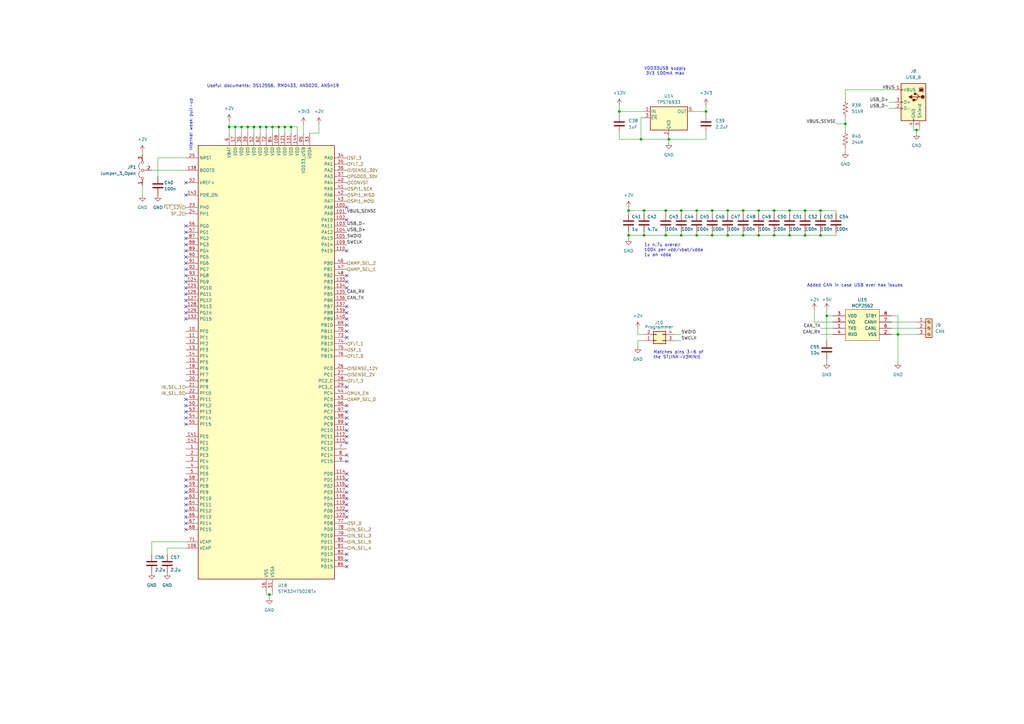
<source format=kicad_sch>
(kicad_sch (version 20231120) (generator "eeschema") (generator_version "8.0")
  (paper "A3")
  (lib_symbols
    (symbol "Connector:Screw_Terminal_01x03" (pin_names (offset 1.016) hide)
      (property "Reference" "J" (at 0 5.08 0))
      (property "Value" "Screw_Terminal_01x03" (at 0 -5.08 0))
      (symbol "Screw_Terminal_01x03_1_1"
        (rectangle (start -1.27 3.81) (end 1.27 -3.81) (stroke (width 0.254)) (fill (type background)))
        (circle (center 0 -2.54) (radius 0.635) (stroke (width 0.1524)))
        (polyline (pts (xy -0.5334 -2.2098) (xy 0.3302 -3.048)) (stroke (width 0.1524)))
        (polyline (pts (xy -0.5334 0.3302) (xy 0.3302 -0.508)) (stroke (width 0.1524)))
        (polyline (pts (xy -0.5334 2.8702) (xy 0.3302 2.032)) (stroke (width 0.1524)))
        (polyline (pts (xy -0.3556 -2.032) (xy 0.508 -2.8702)) (stroke (width 0.1524)))
        (polyline (pts (xy -0.3556 0.508) (xy 0.508 -0.3302)) (stroke (width 0.1524)))
        (polyline (pts (xy -0.3556 3.048) (xy 0.508 2.2098)) (stroke (width 0.1524)))
        (circle (center 0 0) (radius 0.635) (stroke (width 0.1524)))
        (circle (center 0 2.54) (radius 0.635) (stroke (width 0.1524)))
        (pin passive line (at -5.08 2.54 0) (length 3.81) (name "Pin_1") (number "1"))
        (pin passive line (at -5.08 0 0) (length 3.81) (name "Pin_2") (number "2"))
        (pin passive line (at -5.08 -2.54 0) (length 3.81) (name "Pin_3") (number "3"))
      )
    )
    (symbol "Connector:USB_B" (pin_names (offset 1.016))
      (property "Reference" "J" (at -5.08 11.43 0))
      (property "Value" "USB_B" (at -5.08 8.89 0))
      (symbol "USB_B_0_1"
        (rectangle (start -5.08 -7.62) (end 5.08 7.62) (stroke (width 0.254)) (fill (type background)))
        (circle (center -3.81 2.159) (radius 0.635) (stroke (width 0.254)) (fill (type outline)))
        (rectangle (start -3.81 5.588) (end -2.54 4.572) (fill (type outline)))
        (circle (center -0.635 3.429) (radius 0.381) (stroke (width 0.254)) (fill (type outline)))
        (rectangle (start -0.127 -7.62) (end 0.127 -6.858))
        (polyline (pts (xy -1.905 2.159) (xy 0.635 2.159)) (stroke (width 0.254)))
        (polyline (pts (xy -3.175 2.159) (xy -2.54 2.159) (xy -1.27 3.429) (xy -0.635 3.429)) (stroke (width 0.254)))
        (polyline (pts (xy -2.54 2.159) (xy -1.905 2.159) (xy -1.27 0.889) (xy 0 0.889)) (stroke (width 0.254)))
        (polyline (pts (xy 0.635 2.794) (xy 0.635 1.524) (xy 1.905 2.159) (xy 0.635 2.794)) (stroke (width 0.254)) (fill (type outline)))
        (polyline (pts (xy -4.064 4.318) (xy -2.286 4.318) (xy -2.286 5.715) (xy -2.667 6.096) (xy -3.683 6.096) (xy -4.064 5.715) (xy -4.064 4.318)))
        (rectangle (start 0.254 1.27) (end -0.508 0.508) (stroke (width 0.254)) (fill (type outline)))
        (rectangle (start 5.08 -2.667) (end 4.318 -2.413))
        (rectangle (start 5.08 -0.127) (end 4.318 0.127))
        (rectangle (start 5.08 4.953) (end 4.318 5.207))
      )
      (symbol "USB_B_1_1"
        (pin power_out line (at 7.62 5.08 180) (length 2.54) (name "VBUS") (number "1"))
        (pin bidirectional line (at 7.62 -2.54 180) (length 2.54) (name "D-") (number "2"))
        (pin bidirectional line (at 7.62 0 180) (length 2.54) (name "D+") (number "3"))
        (pin power_out line (at 0 -10.16 90) (length 2.54) (name "GND") (number "4"))
        (pin passive line (at -2.54 -10.16 90) (length 2.54) (name "Shield") (number "5"))
      )
    )
    (symbol "Connector_Generic:Conn_02x02_Top_Bottom" (pin_names (offset 1.016) hide)
      (property "Reference" "J" (at 1.27 2.54 0))
      (property "Value" "Conn_02x02_Top_Bottom" (at 1.27 -5.08 0))
      (symbol "Conn_02x02_Top_Bottom_1_1"
        (rectangle (start -1.27 -2.413) (end 0 -2.667) (stroke (width 0.1524)))
        (rectangle (start -1.27 0.127) (end 0 -0.127) (stroke (width 0.1524)))
        (rectangle (start -1.27 1.27) (end 3.81 -3.81) (stroke (width 0.254)) (fill (type background)))
        (rectangle (start 3.81 -2.413) (end 2.54 -2.667) (stroke (width 0.1524)))
        (rectangle (start 3.81 0.127) (end 2.54 -0.127) (stroke (width 0.1524)))
        (pin passive line (at -5.08 0 0) (length 3.81) (name "Pin_1") (number "1"))
        (pin passive line (at -5.08 -2.54 0) (length 3.81) (name "Pin_2") (number "2"))
        (pin passive line (at 7.62 0 180) (length 3.81) (name "Pin_3") (number "3"))
        (pin passive line (at 7.62 -2.54 180) (length 3.81) (name "Pin_4") (number "4"))
      )
    )
    (symbol "Device:C" (pin_numbers hide) (pin_names (offset 0.254))
      (property "Reference" "C" (at 0.635 2.54 0))
      (property "Value" "C" (at 0.635 -2.54 0))
      (symbol "C_0_1"
        (polyline (pts (xy -2.032 -0.762) (xy 2.032 -0.762)) (stroke (width 0.508)))
        (polyline (pts (xy -2.032 0.762) (xy 2.032 0.762)) (stroke (width 0.508)))
      )
      (symbol "C_1_1"
        (pin passive line (at 0 3.81 270) (length 2.794) (name "~") (number "1"))
        (pin passive line (at 0 -3.81 90) (length 2.794) (name "~") (number "2"))
      )
    )
    (symbol "Device:R_US" (pin_numbers hide) (pin_names (offset 0))
      (property "Reference" "R" (at 2.54 0 90))
      (property "Value" "R_US" (at -2.54 0 90))
      (symbol "R_US_0_1"
        (polyline (pts (xy 0 -2.286) (xy 0 -2.54)))
        (polyline (pts (xy 0 2.286) (xy 0 2.54)))
        (polyline (pts (xy 0 -0.762) (xy 1.016 -1.143) (xy 0 -1.524) (xy -1.016 -1.905) (xy 0 -2.286)))
        (polyline (pts (xy 0 0.762) (xy 1.016 0.381) (xy 0 0) (xy -1.016 -0.381) (xy 0 -0.762)))
        (polyline (pts (xy 0 2.286) (xy 1.016 1.905) (xy 0 1.524) (xy -1.016 1.143) (xy 0 0.762)))
      )
      (symbol "R_US_1_1"
        (pin passive line (at 0 3.81 270) (length 1.27) (name "~") (number "1"))
        (pin passive line (at 0 -3.81 90) (length 1.27) (name "~") (number "2"))
      )
    )
    (symbol "GND_1" (power) (pin_numbers hide) (pin_names (offset 0) hide)
      (property "Value" "GND" (at 0 -3.81 0))
      (symbol "GND_1_0_1"
        (polyline (pts (xy 0 0) (xy 0 -1.27) (xy 1.27 -1.27) (xy 0 -2.54) (xy -1.27 -1.27) (xy 0 -1.27)))
      )
      (symbol "GND_1_1_1"
        (pin power_in line (at 0 0 270) (length 0) (name "~") (number "1"))
      )
    )
    (symbol "Jumper:Jumper_3_Open" (pin_names (offset 0) hide) (exclude_from_sim yes) (in_bom no)
      (property "Reference" "JP" (at -2.54 -2.54 0))
      (property "Value" "Jumper_3_Open" (at 0 2.794 0))
      (symbol "Jumper_3_Open_0_0"
        (circle (center -3.302 0) (radius 0.508))
        (circle (center 0 0) (radius 0.508))
        (circle (center 3.302 0) (radius 0.508))
      )
      (symbol "Jumper_3_Open_0_1"
        (arc (start -0.254 1.016) (mid -1.651 1.4992) (end -3.048 1.016))
        (polyline (pts (xy 0 -0.508) (xy 0 -1.27)))
        (arc (start 3.048 1.016) (mid 1.651 1.4992) (end 0.254 1.016))
      )
      (symbol "Jumper_3_Open_1_1"
        (pin passive line (at -6.35 0 0) (length 2.54) (name "A") (number "1"))
        (pin passive line (at 0 -3.81 90) (length 2.54) (name "C") (number "2"))
        (pin passive line (at 6.35 0 180) (length 2.54) (name "B") (number "3"))
      )
    )
    (symbol "MCU_ST_STM32H7:STM32H750ZBTx"
      (property "Reference" "U" (at -27.94 90.17 0))
      (property "Value" "STM32H750ZBTx" (at 20.32 90.17 0))
      (symbol "STM32H750ZBTx_0_1"
        (rectangle (start -27.94 -88.9) (end 27.94 88.9) (stroke (width 0.254)) (fill (type background)))
      )
      (symbol "STM32H750ZBTx_1_1"
        (pin bidirectional line (at -33.02 -35.56 0) (length 5.08) (name "PE2") (number "1"))
        (pin bidirectional line (at -33.02 12.7 0) (length 5.08) (name "PF0") (number "10"))
        (pin bidirectional line (at 33.02 63.5 180) (length 5.08) (name "PA8") (number "100"))
        (pin bidirectional line (at 33.02 60.96 180) (length 5.08) (name "PA9") (number "101"))
        (pin bidirectional line (at 33.02 58.42 180) (length 5.08) (name "PA10") (number "102"))
        (pin bidirectional line (at 33.02 55.88 180) (length 5.08) (name "PA11") (number "103"))
        (pin bidirectional line (at 33.02 53.34 180) (length 5.08) (name "PA12") (number "104"))
        (pin bidirectional line (at 33.02 50.8 180) (length 5.08) (name "PA13") (number "105"))
        (pin power_out line (at -33.02 -76.2 0) (length 5.08) (name "VCAP") (number "106"))
        (pin passive line (at 0 -93.98 90) (length 5.08) hide (name "VSS") (number "107"))
        (pin power_in line (at 5.08 93.98 270) (length 5.08) (name "VDD") (number "108"))
        (pin bidirectional line (at 33.02 48.26 180) (length 5.08) (name "PA14") (number "109"))
        (pin bidirectional line (at -33.02 10.16 0) (length 5.08) (name "PF1") (number "11"))
        (pin bidirectional line (at 33.02 45.72 180) (length 5.08) (name "PA15") (number "110"))
        (pin bidirectional line (at 33.02 -27.94 180) (length 5.08) (name "PC10") (number "111"))
        (pin bidirectional line (at 33.02 -30.48 180) (length 5.08) (name "PC11") (number "112"))
        (pin bidirectional line (at 33.02 -33.02 180) (length 5.08) (name "PC12") (number "113"))
        (pin bidirectional line (at 33.02 -45.72 180) (length 5.08) (name "PD0") (number "114"))
        (pin bidirectional line (at 33.02 -48.26 180) (length 5.08) (name "PD1") (number "115"))
        (pin bidirectional line (at 33.02 -50.8 180) (length 5.08) (name "PD2") (number "116"))
        (pin bidirectional line (at 33.02 -53.34 180) (length 5.08) (name "PD3") (number "117"))
        (pin bidirectional line (at 33.02 -55.88 180) (length 5.08) (name "PD4") (number "118"))
        (pin bidirectional line (at 33.02 -58.42 180) (length 5.08) (name "PD5") (number "119"))
        (pin bidirectional line (at -33.02 7.62 0) (length 5.08) (name "PF2") (number "12"))
        (pin passive line (at 0 -93.98 90) (length 5.08) hide (name "VSS") (number "120"))
        (pin power_in line (at 7.62 93.98 270) (length 5.08) (name "VDD") (number "121"))
        (pin bidirectional line (at 33.02 -60.96 180) (length 5.08) (name "PD6") (number "122"))
        (pin bidirectional line (at 33.02 -63.5 180) (length 5.08) (name "PD7") (number "123"))
        (pin bidirectional line (at -33.02 33.02 0) (length 5.08) (name "PG9") (number "124"))
        (pin bidirectional line (at -33.02 30.48 0) (length 5.08) (name "PG10") (number "125"))
        (pin bidirectional line (at -33.02 27.94 0) (length 5.08) (name "PG11") (number "126"))
        (pin bidirectional line (at -33.02 25.4 0) (length 5.08) (name "PG12") (number "127"))
        (pin bidirectional line (at -33.02 22.86 0) (length 5.08) (name "PG13") (number "128"))
        (pin bidirectional line (at -33.02 20.32 0) (length 5.08) (name "PG14") (number "129"))
        (pin bidirectional line (at -33.02 5.08 0) (length 5.08) (name "PF3") (number "13"))
        (pin passive line (at 0 -93.98 90) (length 5.08) hide (name "VSS") (number "130"))
        (pin power_in line (at 10.16 93.98 270) (length 5.08) (name "VDD") (number "131"))
        (pin bidirectional line (at -33.02 17.78 0) (length 5.08) (name "PG15") (number "132"))
        (pin bidirectional line (at 33.02 33.02 180) (length 5.08) (name "PB3") (number "133"))
        (pin bidirectional line (at 33.02 30.48 180) (length 5.08) (name "PB4") (number "134"))
        (pin bidirectional line (at 33.02 27.94 180) (length 5.08) (name "PB5") (number "135"))
        (pin bidirectional line (at 33.02 25.4 180) (length 5.08) (name "PB6") (number "136"))
        (pin bidirectional line (at 33.02 22.86 180) (length 5.08) (name "PB7") (number "137"))
        (pin input line (at -33.02 78.74 0) (length 5.08) (name "BOOT0") (number "138"))
        (pin bidirectional line (at 33.02 20.32 180) (length 5.08) (name "PB8") (number "139"))
        (pin bidirectional line (at -33.02 2.54 0) (length 5.08) (name "PF4") (number "14"))
        (pin bidirectional line (at 33.02 17.78 180) (length 5.08) (name "PB9") (number "140"))
        (pin bidirectional line (at -33.02 -30.48 0) (length 5.08) (name "PE0") (number "141"))
        (pin bidirectional line (at -33.02 -33.02 0) (length 5.08) (name "PE1") (number "142"))
        (pin input line (at -33.02 68.58 0) (length 5.08) (name "PDR_ON") (number "143"))
        (pin power_in line (at 12.7 93.98 270) (length 5.08) (name "VDD") (number "144"))
        (pin bidirectional line (at -33.02 0 0) (length 5.08) (name "PF5") (number "15"))
        (pin power_in line (at 0 -93.98 90) (length 5.08) (name "VSS") (number "16"))
        (pin power_in line (at -12.7 93.98 270) (length 5.08) (name "VDD") (number "17"))
        (pin bidirectional line (at -33.02 -2.54 0) (length 5.08) (name "PF6") (number "18"))
        (pin bidirectional line (at -33.02 -5.08 0) (length 5.08) (name "PF7") (number "19"))
        (pin bidirectional line (at -33.02 -38.1 0) (length 5.08) (name "PE3") (number "2"))
        (pin bidirectional line (at -33.02 -7.62 0) (length 5.08) (name "PF8") (number "20"))
        (pin bidirectional line (at -33.02 -10.16 0) (length 5.08) (name "PF9") (number "21"))
        (pin bidirectional line (at -33.02 -12.7 0) (length 5.08) (name "PF10") (number "22"))
        (pin bidirectional line (at -33.02 63.5 0) (length 5.08) (name "PH0") (number "23"))
        (pin bidirectional line (at -33.02 60.96 0) (length 5.08) (name "PH1") (number "24"))
        (pin input line (at -33.02 83.82 0) (length 5.08) (name "NRST") (number "25"))
        (pin bidirectional line (at 33.02 -2.54 180) (length 5.08) (name "PC0") (number "26"))
        (pin bidirectional line (at 33.02 -5.08 180) (length 5.08) (name "PC1") (number "27"))
        (pin bidirectional line (at 33.02 -7.62 180) (length 5.08) (name "PC2_C") (number "28"))
        (pin bidirectional line (at 33.02 -10.16 180) (length 5.08) (name "PC3_C") (number "29"))
        (pin bidirectional line (at -33.02 -40.64 0) (length 5.08) (name "PE4") (number "3"))
        (pin power_in line (at -10.16 93.98 270) (length 5.08) (name "VDD") (number "30"))
        (pin power_in line (at 2.54 -93.98 90) (length 5.08) (name "VSSA") (number "31"))
        (pin input line (at -33.02 73.66 0) (length 5.08) (name "VREF+") (number "32"))
        (pin power_in line (at 17.78 93.98 270) (length 5.08) (name "VDDA") (number "33"))
        (pin bidirectional line (at 33.02 83.82 180) (length 5.08) (name "PA0") (number "34"))
        (pin bidirectional line (at 33.02 81.28 180) (length 5.08) (name "PA1") (number "35"))
        (pin bidirectional line (at 33.02 78.74 180) (length 5.08) (name "PA2") (number "36"))
        (pin bidirectional line (at 33.02 76.2 180) (length 5.08) (name "PA3") (number "37"))
        (pin passive line (at 0 -93.98 90) (length 5.08) hide (name "VSS") (number "38"))
        (pin power_in line (at -7.62 93.98 270) (length 5.08) (name "VDD") (number "39"))
        (pin bidirectional line (at -33.02 -43.18 0) (length 5.08) (name "PE5") (number "4"))
        (pin bidirectional line (at 33.02 73.66 180) (length 5.08) (name "PA4") (number "40"))
        (pin bidirectional line (at 33.02 71.12 180) (length 5.08) (name "PA5") (number "41"))
        (pin bidirectional line (at 33.02 68.58 180) (length 5.08) (name "PA6") (number "42"))
        (pin bidirectional line (at 33.02 66.04 180) (length 5.08) (name "PA7") (number "43"))
        (pin bidirectional line (at 33.02 -12.7 180) (length 5.08) (name "PC4") (number "44"))
        (pin bidirectional line (at 33.02 -15.24 180) (length 5.08) (name "PC5") (number "45"))
        (pin bidirectional line (at 33.02 40.64 180) (length 5.08) (name "PB0") (number "46"))
        (pin bidirectional line (at 33.02 38.1 180) (length 5.08) (name "PB1") (number "47"))
        (pin bidirectional line (at 33.02 35.56 180) (length 5.08) (name "PB2") (number "48"))
        (pin bidirectional line (at -33.02 -15.24 0) (length 5.08) (name "PF11") (number "49"))
        (pin bidirectional line (at -33.02 -45.72 0) (length 5.08) (name "PE6") (number "5"))
        (pin bidirectional line (at -33.02 -17.78 0) (length 5.08) (name "PF12") (number "50"))
        (pin passive line (at 0 -93.98 90) (length 5.08) hide (name "VSS") (number "51"))
        (pin power_in line (at -5.08 93.98 270) (length 5.08) (name "VDD") (number "52"))
        (pin bidirectional line (at -33.02 -20.32 0) (length 5.08) (name "PF13") (number "53"))
        (pin bidirectional line (at -33.02 -22.86 0) (length 5.08) (name "PF14") (number "54"))
        (pin bidirectional line (at -33.02 -25.4 0) (length 5.08) (name "PF15") (number "55"))
        (pin bidirectional line (at -33.02 55.88 0) (length 5.08) (name "PG0") (number "56"))
        (pin bidirectional line (at -33.02 53.34 0) (length 5.08) (name "PG1") (number "57"))
        (pin bidirectional line (at -33.02 -48.26 0) (length 5.08) (name "PE7") (number "58"))
        (pin bidirectional line (at -33.02 -50.8 0) (length 5.08) (name "PE8") (number "59"))
        (pin power_in line (at -15.24 93.98 270) (length 5.08) (name "VBAT") (number "6"))
        (pin bidirectional line (at -33.02 -53.34 0) (length 5.08) (name "PE9") (number "60"))
        (pin passive line (at 0 -93.98 90) (length 5.08) hide (name "VSS") (number "61"))
        (pin power_in line (at -2.54 93.98 270) (length 5.08) (name "VDD") (number "62"))
        (pin bidirectional line (at -33.02 -55.88 0) (length 5.08) (name "PE10") (number "63"))
        (pin bidirectional line (at -33.02 -58.42 0) (length 5.08) (name "PE11") (number "64"))
        (pin bidirectional line (at -33.02 -60.96 0) (length 5.08) (name "PE12") (number "65"))
        (pin bidirectional line (at -33.02 -63.5 0) (length 5.08) (name "PE13") (number "66"))
        (pin bidirectional line (at -33.02 -66.04 0) (length 5.08) (name "PE14") (number "67"))
        (pin bidirectional line (at -33.02 -68.58 0) (length 5.08) (name "PE15") (number "68"))
        (pin bidirectional line (at 33.02 15.24 180) (length 5.08) (name "PB10") (number "69"))
        (pin bidirectional line (at 33.02 -35.56 180) (length 5.08) (name "PC13") (number "7"))
        (pin bidirectional line (at 33.02 12.7 180) (length 5.08) (name "PB11") (number "70"))
        (pin power_out line (at -33.02 -73.66 0) (length 5.08) (name "VCAP") (number "71"))
        (pin power_in line (at 0 93.98 270) (length 5.08) (name "VDD") (number "72"))
        (pin bidirectional line (at 33.02 10.16 180) (length 5.08) (name "PB12") (number "73"))
        (pin bidirectional line (at 33.02 7.62 180) (length 5.08) (name "PB13") (number "74"))
        (pin bidirectional line (at 33.02 5.08 180) (length 5.08) (name "PB14") (number "75"))
        (pin bidirectional line (at 33.02 2.54 180) (length 5.08) (name "PB15") (number "76"))
        (pin bidirectional line (at 33.02 -66.04 180) (length 5.08) (name "PD8") (number "77"))
        (pin bidirectional line (at 33.02 -68.58 180) (length 5.08) (name "PD9") (number "78"))
        (pin bidirectional line (at 33.02 -71.12 180) (length 5.08) (name "PD10") (number "79"))
        (pin bidirectional line (at 33.02 -38.1 180) (length 5.08) (name "PC14") (number "8"))
        (pin bidirectional line (at 33.02 -73.66 180) (length 5.08) (name "PD11") (number "80"))
        (pin bidirectional line (at 33.02 -76.2 180) (length 5.08) (name "PD12") (number "81"))
        (pin bidirectional line (at 33.02 -78.74 180) (length 5.08) (name "PD13") (number "82"))
        (pin passive line (at 0 -93.98 90) (length 5.08) hide (name "VSS") (number "83"))
        (pin power_in line (at 2.54 93.98 270) (length 5.08) (name "VDD") (number "84"))
        (pin bidirectional line (at 33.02 -81.28 180) (length 5.08) (name "PD14") (number "85"))
        (pin bidirectional line (at 33.02 -83.82 180) (length 5.08) (name "PD15") (number "86"))
        (pin bidirectional line (at -33.02 50.8 0) (length 5.08) (name "PG2") (number "87"))
        (pin bidirectional line (at -33.02 48.26 0) (length 5.08) (name "PG3") (number "88"))
        (pin bidirectional line (at -33.02 45.72 0) (length 5.08) (name "PG4") (number "89"))
        (pin bidirectional line (at 33.02 -40.64 180) (length 5.08) (name "PC15") (number "9"))
        (pin bidirectional line (at -33.02 43.18 0) (length 5.08) (name "PG5") (number "90"))
        (pin bidirectional line (at -33.02 40.64 0) (length 5.08) (name "PG6") (number "91"))
        (pin bidirectional line (at -33.02 38.1 0) (length 5.08) (name "PG7") (number "92"))
        (pin bidirectional line (at -33.02 35.56 0) (length 5.08) (name "PG8") (number "93"))
        (pin passive line (at 0 -93.98 90) (length 5.08) hide (name "VSS") (number "94"))
        (pin power_in line (at 15.24 93.98 270) (length 5.08) (name "VDD33_USB") (number "95"))
        (pin bidirectional line (at 33.02 -17.78 180) (length 5.08) (name "PC6") (number "96"))
        (pin bidirectional line (at 33.02 -20.32 180) (length 5.08) (name "PC7") (number "97"))
        (pin bidirectional line (at 33.02 -22.86 180) (length 5.08) (name "PC8") (number "98"))
        (pin bidirectional line (at 33.02 -25.4 180) (length 5.08) (name "PC9") (number "99"))
      )
    )
    (symbol "Regulator_Linear:TPS76933" (pin_names (offset 0.254))
      (property "Reference" "U" (at -6.35 5.715 0))
      (property "Value" "TPS76933" (at 0 5.715 0))
      (symbol "TPS76933_0_1"
        (rectangle (start -7.62 4.445) (end 7.62 -5.08) (stroke (width 0.254)) (fill (type background)))
      )
      (symbol "TPS76933_1_1"
        (pin power_in line (at -10.16 2.54 0) (length 2.54) (name "IN") (number "1"))
        (pin power_in line (at 0 -7.62 90) (length 2.54) (name "GND") (number "2"))
        (pin input line (at -10.16 0 0) (length 2.54) (name "~{EN}") (number "3"))
        (pin no_connect line (at 7.62 0 180) (length 2.54) hide (name "NC") (number "4"))
        (pin power_out line (at 10.16 2.54 180) (length 2.54) (name "OUT") (number "5"))
      )
    )
    (symbol "canhw:MCP2562" (pin_names (offset 1.016))
      (property "Reference" "U" (at 5.08 3.81 0))
      (property "Value" "MCP2562" (at -3.81 3.81 0))
      (symbol "MCP2562_0_1"
        (rectangle (start -7.62 2.54) (end 6.35 -10.16) (fill (type background)))
      )
      (symbol "MCP2562_1_1"
        (pin bidirectional line (at -12.7 -5.08 0) (length 5.08) (name "TXD") (number "1"))
        (pin power_in line (at 11.43 -7.62 180) (length 5.08) (name "VSS") (number "2"))
        (pin power_in line (at -12.7 0 0) (length 5.08) (name "VDD") (number "3"))
        (pin bidirectional line (at -12.7 -7.62 0) (length 5.08) (name "RXD") (number "4"))
        (pin bidirectional line (at -12.7 -2.54 0) (length 5.08) (name "VIO") (number "5"))
        (pin bidirectional line (at 11.43 -5.08 180) (length 5.08) (name "CANL") (number "6"))
        (pin bidirectional line (at 11.43 -2.54 180) (length 5.08) (name "CANH") (number "7"))
        (pin bidirectional line (at 11.43 0 180) (length 5.08) (name "STBY") (number "8"))
      )
    )
    (symbol "input_board:+2V" (power) (pin_numbers hide) (pin_names (offset 0) hide)
      (property "Value" "+2V" (at 0 3.556 0))
      (symbol "+2V_0_1"
        (polyline (pts (xy -0.762 1.27) (xy 0 2.54)))
        (polyline (pts (xy 0 0) (xy 0 2.54)))
        (polyline (pts (xy 0 2.54) (xy 0.762 1.27)))
      )
      (symbol "+2V_1_1"
        (pin power_in line (at 0 0 90) (length 0) (name "~") (number "1"))
      )
    )
    (symbol "power:+12V" (power) (pin_numbers hide) (pin_names (offset 0) hide)
      (property "Value" "+12V" (at 0 3.556 0))
      (symbol "+12V_0_1"
        (polyline (pts (xy -0.762 1.27) (xy 0 2.54)))
        (polyline (pts (xy 0 0) (xy 0 2.54)))
        (polyline (pts (xy 0 2.54) (xy 0.762 1.27)))
      )
      (symbol "+12V_1_1"
        (pin power_in line (at 0 0 90) (length 0) (name "~") (number "1"))
      )
    )
    (symbol "power:+3V3" (power) (pin_numbers hide) (pin_names (offset 0) hide)
      (property "Value" "+3V3" (at 0 3.556 0))
      (symbol "+3V3_0_1"
        (polyline (pts (xy -0.762 1.27) (xy 0 2.54)))
        (polyline (pts (xy 0 0) (xy 0 2.54)))
        (polyline (pts (xy 0 2.54) (xy 0.762 1.27)))
      )
      (symbol "+3V3_1_1"
        (pin power_in line (at 0 0 90) (length 0) (name "~") (number "1"))
      )
    )
    (symbol "power:+5V" (power) (pin_names (offset 0))
      (property "Value" "+5V" (at 0 3.556 0))
      (symbol "+5V_0_1"
        (polyline (pts (xy -0.762 1.27) (xy 0 2.54)))
        (polyline (pts (xy 0 0) (xy 0 2.54)))
        (polyline (pts (xy 0 2.54) (xy 0.762 1.27)))
      )
      (symbol "+5V_1_1"
        (pin power_in line (at 0 0 90) (length 0) hide (name "+5V") (number "1"))
      )
    )
    (symbol "power:GND" (power) (pin_numbers hide) (pin_names (offset 0) hide)
      (property "Value" "GND" (at 0 -3.81 0))
      (symbol "GND_0_1"
        (polyline (pts (xy 0 0) (xy 0 -1.27) (xy 1.27 -1.27) (xy 0 -2.54) (xy -1.27 -1.27) (xy 0 -1.27)))
      )
      (symbol "GND_1_1"
        (pin power_in line (at 0 0 270) (length 0) (name "~") (number "1"))
      )
    )
  )
  (junction (at 311.15 96.52))
  (junction (at 339.09 129.54))
  (junction (at 346.71 50.8))
  (junction (at 304.8 86.36))
  (junction (at 323.85 96.52))
  (junction (at 285.75 86.36))
  (junction (at 96.52 52.07))
  (junction (at 330.2 86.36))
  (junction (at 368.3 137.16))
  (junction (at 317.5 86.36))
  (junction (at 279.4 96.52))
  (junction (at 323.85 86.36))
  (junction (at 99.06 52.07))
  (junction (at 257.81 96.52))
  (junction (at 292.1 86.36))
  (junction (at 273.05 96.52))
  (junction (at 274.32 57.15))
  (junction (at 289.56 45.72))
  (junction (at 336.55 86.36))
  (junction (at 298.45 96.52))
  (junction (at 273.05 86.36))
  (junction (at 304.8 96.52))
  (junction (at 116.84 52.07))
  (junction (at 114.3 52.07))
  (junction (at 93.98 52.07))
  (junction (at 110.49 243.84))
  (junction (at 111.76 52.07))
  (junction (at 106.68 52.07))
  (junction (at 279.4 86.36))
  (junction (at 104.14 52.07))
  (junction (at 375.92 53.34))
  (junction (at 109.22 52.07))
  (junction (at 264.16 86.36))
  (junction (at 317.5 96.52))
  (junction (at 311.15 86.36))
  (junction (at 330.2 96.52))
  (junction (at 264.16 96.52))
  (junction (at 262.89 57.15))
  (junction (at 119.38 52.07))
  (junction (at 254 45.72))
  (junction (at 336.55 96.52))
  (junction (at 285.75 96.52))
  (junction (at 257.81 86.36))
  (junction (at 292.1 96.52))
  (junction (at 298.45 86.36))
  (junction (at 101.6 52.07))
  (no_connect (at 142.24 85.09))
  (no_connect (at 76.2 74.93))
  (no_connect (at 142.24 115.57))
  (no_connect (at 76.2 92.71))
  (no_connect (at 142.24 138.43))
  (no_connect (at 142.24 171.45))
  (no_connect (at 76.2 105.41))
  (no_connect (at 76.2 118.11))
  (no_connect (at 142.24 204.47))
  (no_connect (at 142.24 128.27))
  (no_connect (at 142.24 130.81))
  (no_connect (at 142.24 207.01))
  (no_connect (at 142.24 179.07))
  (no_connect (at 76.2 171.45))
  (no_connect (at 142.24 199.39))
  (no_connect (at 142.24 232.41))
  (no_connect (at 76.2 196.85))
  (no_connect (at 76.2 95.25))
  (no_connect (at 76.2 125.73))
  (no_connect (at 76.2 207.01))
  (no_connect (at 142.24 166.37))
  (no_connect (at 142.24 125.73))
  (no_connect (at 76.2 107.95))
  (no_connect (at 142.24 194.31))
  (no_connect (at 76.2 201.93))
  (no_connect (at 76.2 97.79))
  (no_connect (at 142.24 90.17))
  (no_connect (at 142.24 158.75))
  (no_connect (at 76.2 214.63))
  (no_connect (at 76.2 113.03))
  (no_connect (at 76.2 212.09))
  (no_connect (at 142.24 135.89))
  (no_connect (at 142.24 173.99))
  (no_connect (at 142.24 212.09))
  (no_connect (at 76.2 166.37))
  (no_connect (at 76.2 217.17))
  (no_connect (at 76.2 173.99))
  (no_connect (at 142.24 227.33))
  (no_connect (at 142.24 176.53))
  (no_connect (at 142.24 181.61))
  (no_connect (at 76.2 163.83))
  (no_connect (at 76.2 128.27))
  (no_connect (at 76.2 204.47))
  (no_connect (at 76.2 100.33))
  (no_connect (at 76.2 120.65))
  (no_connect (at 76.2 130.81))
  (no_connect (at 142.24 209.55))
  (no_connect (at 142.24 186.69))
  (no_connect (at 142.24 113.03))
  (no_connect (at 142.24 102.87))
  (no_connect (at 76.2 168.91))
  (no_connect (at 76.2 110.49))
  (no_connect (at 76.2 209.55))
  (no_connect (at 76.2 115.57))
  (no_connect (at 142.24 133.35))
  (no_connect (at 76.2 199.39))
  (no_connect (at 76.2 102.87))
  (no_connect (at 142.24 168.91))
  (no_connect (at 76.2 123.19))
  (no_connect (at 142.24 118.11))
  (no_connect (at 142.24 229.87))
  (no_connect (at 142.24 201.93))
  (no_connect (at 76.2 80.01))
  (no_connect (at 142.24 189.23))
  (no_connect (at 142.24 196.85))
  (wire (pts (xy 93.98 49.53) (xy 93.98 52.07)))
  (wire (pts (xy 304.8 95.25) (xy 304.8 96.52)))
  (wire (pts (xy 304.8 96.52) (xy 311.15 96.52)))
  (wire (pts (xy 254 43.18) (xy 254 45.72)))
  (wire (pts (xy 116.84 54.61) (xy 116.84 52.07)))
  (wire (pts (xy 284.48 45.72) (xy 289.56 45.72)))
  (wire (pts (xy 261.62 139.7) (xy 264.16 139.7)))
  (wire (pts (xy 254 57.15) (xy 254 54.61)))
  (wire (pts (xy 342.9 86.36) (xy 342.9 87.63)))
  (wire (pts (xy 334.01 132.08) (xy 341.63 132.08)))
  (wire (pts (xy 346.71 36.83) (xy 346.71 40.64)))
  (wire (pts (xy 119.38 54.61) (xy 119.38 52.07)))
  (wire (pts (xy 342.9 96.52) (xy 342.9 95.25)))
  (wire (pts (xy 346.71 50.8) (xy 346.71 53.34)))
  (wire (pts (xy 330.2 96.52) (xy 336.55 96.52)))
  (wire (pts (xy 257.81 86.36) (xy 264.16 86.36)))
  (wire (pts (xy 68.58 224.79) (xy 76.2 224.79)))
  (wire (pts (xy 342.9 96.52) (xy 336.55 96.52)))
  (wire (pts (xy 62.23 222.25) (xy 76.2 222.25)))
  (wire (pts (xy 368.3 137.16) (xy 375.92 137.16)))
  (wire (pts (xy 289.56 45.72) (xy 289.56 46.99)))
  (wire (pts (xy 96.52 52.07) (xy 99.06 52.07)))
  (wire (pts (xy 257.81 95.25) (xy 257.81 96.52)))
  (wire (pts (xy 101.6 52.07) (xy 101.6 54.61)))
  (wire (pts (xy 130.81 50.8) (xy 130.81 54.61)))
  (wire (pts (xy 298.45 86.36) (xy 292.1 86.36)))
  (wire (pts (xy 273.05 86.36) (xy 273.05 87.63)))
  (wire (pts (xy 298.45 96.52) (xy 304.8 96.52)))
  (wire (pts (xy 279.4 86.36) (xy 273.05 86.36)))
  (wire (pts (xy 330.2 86.36) (xy 336.55 86.36)))
  (wire (pts (xy 377.19 53.34) (xy 375.92 53.34)))
  (wire (pts (xy 262.89 57.15) (xy 254 57.15)))
  (wire (pts (xy 64.77 64.77) (xy 64.77 72.39)))
  (wire (pts (xy 317.5 96.52) (xy 311.15 96.52)))
  (wire (pts (xy 110.49 243.84) (xy 111.76 243.84)))
  (wire (pts (xy 285.75 86.36) (xy 279.4 86.36)))
  (wire (pts (xy 110.49 243.84) (xy 110.49 245.11)))
  (wire (pts (xy 285.75 86.36) (xy 292.1 86.36)))
  (wire (pts (xy 285.75 96.52) (xy 292.1 96.52)))
  (wire (pts (xy 264.16 48.26) (xy 262.89 48.26)))
  (wire (pts (xy 330.2 86.36) (xy 330.2 87.63)))
  (wire (pts (xy 311.15 86.36) (xy 311.15 87.63)))
  (wire (pts (xy 342.9 50.8) (xy 346.71 50.8)))
  (wire (pts (xy 292.1 96.52) (xy 292.1 95.25)))
  (wire (pts (xy 279.4 139.7) (xy 276.86 139.7)))
  (wire (pts (xy 101.6 52.07) (xy 104.14 52.07)))
  (wire (pts (xy 104.14 52.07) (xy 106.68 52.07)))
  (wire (pts (xy 368.3 129.54) (xy 365.76 129.54)))
  (wire (pts (xy 261.62 137.16) (xy 264.16 137.16)))
  (wire (pts (xy 96.52 52.07) (xy 96.52 54.61)))
  (wire (pts (xy 339.09 127) (xy 339.09 129.54)))
  (wire (pts (xy 336.55 96.52) (xy 336.55 95.25)))
  (wire (pts (xy 289.56 45.72) (xy 289.56 43.18)))
  (wire (pts (xy 292.1 86.36) (xy 292.1 87.63)))
  (wire (pts (xy 304.8 86.36) (xy 304.8 87.63)))
  (wire (pts (xy 274.32 57.15) (xy 262.89 57.15)))
  (wire (pts (xy 289.56 54.61) (xy 289.56 57.15)))
  (wire (pts (xy 58.42 62.23) (xy 58.42 63.5)))
  (wire (pts (xy 62.23 69.85) (xy 76.2 69.85)))
  (wire (pts (xy 111.76 242.57) (xy 111.76 243.84)))
  (wire (pts (xy 339.09 148.59) (xy 339.09 147.32)))
  (wire (pts (xy 254 45.72) (xy 264.16 45.72)))
  (wire (pts (xy 273.05 96.52) (xy 279.4 96.52)))
  (wire (pts (xy 292.1 96.52) (xy 298.45 96.52)))
  (wire (pts (xy 377.19 52.07) (xy 377.19 53.34)))
  (wire (pts (xy 93.98 52.07) (xy 96.52 52.07)))
  (wire (pts (xy 62.23 227.33) (xy 62.23 222.25)))
  (wire (pts (xy 364.49 44.45) (xy 367.03 44.45)))
  (wire (pts (xy 365.76 134.62) (xy 375.92 134.62)))
  (wire (pts (xy 274.32 55.88) (xy 274.32 57.15)))
  (wire (pts (xy 99.06 52.07) (xy 101.6 52.07)))
  (wire (pts (xy 121.92 54.61) (xy 121.92 52.07)))
  (wire (pts (xy 104.14 52.07) (xy 104.14 54.61)))
  (wire (pts (xy 257.81 85.09) (xy 257.81 86.36)))
  (wire (pts (xy 368.3 137.16) (xy 368.3 129.54)))
  (wire (pts (xy 317.5 95.25) (xy 317.5 96.52)))
  (wire (pts (xy 298.45 96.52) (xy 298.45 95.25)))
  (wire (pts (xy 114.3 52.07) (xy 111.76 52.07)))
  (wire (pts (xy 285.75 96.52) (xy 279.4 96.52)))
  (wire (pts (xy 124.46 50.8) (xy 124.46 54.61)))
  (wire (pts (xy 262.89 48.26) (xy 262.89 57.15)))
  (wire (pts (xy 311.15 95.25) (xy 311.15 96.52)))
  (wire (pts (xy 279.4 137.16) (xy 276.86 137.16)))
  (wire (pts (xy 279.4 86.36) (xy 279.4 87.63)))
  (wire (pts (xy 274.32 57.15) (xy 289.56 57.15)))
  (wire (pts (xy 130.81 54.61) (xy 127 54.61)))
  (wire (pts (xy 109.22 52.07) (xy 106.68 52.07)))
  (wire (pts (xy 119.38 52.07) (xy 116.84 52.07)))
  (wire (pts (xy 336.55 86.36) (xy 336.55 87.63)))
  (wire (pts (xy 279.4 96.52) (xy 279.4 95.25)))
  (wire (pts (xy 365.76 132.08) (xy 375.92 132.08)))
  (wire (pts (xy 109.22 243.84) (xy 110.49 243.84)))
  (wire (pts (xy 273.05 96.52) (xy 273.05 95.25)))
  (wire (pts (xy 116.84 52.07) (xy 114.3 52.07)))
  (wire (pts (xy 317.5 86.36) (xy 317.5 87.63)))
  (wire (pts (xy 264.16 87.63) (xy 264.16 86.36)))
  (wire (pts (xy 341.63 129.54) (xy 339.09 129.54)))
  (wire (pts (xy 257.81 96.52) (xy 257.81 97.79)))
  (wire (pts (xy 346.71 60.96) (xy 346.71 62.23)))
  (wire (pts (xy 64.77 64.77) (xy 76.2 64.77)))
  (wire (pts (xy 375.92 53.34) (xy 375.92 54.61)))
  (wire (pts (xy 346.71 36.83) (xy 367.03 36.83)))
  (wire (pts (xy 109.22 54.61) (xy 109.22 52.07)))
  (wire (pts (xy 298.45 86.36) (xy 304.8 86.36)))
  (wire (pts (xy 375.92 53.34) (xy 374.65 53.34)))
  (wire (pts (xy 323.85 86.36) (xy 323.85 87.63)))
  (wire (pts (xy 339.09 129.54) (xy 339.09 139.7)))
  (wire (pts (xy 111.76 52.07) (xy 109.22 52.07)))
  (wire (pts (xy 330.2 95.25) (xy 330.2 96.52)))
  (wire (pts (xy 261.62 142.24) (xy 261.62 139.7)))
  (wire (pts (xy 58.42 76.2) (xy 58.42 80.01)))
  (wire (pts (xy 330.2 96.52) (xy 323.85 96.52)))
  (wire (pts (xy 368.3 137.16) (xy 365.76 137.16)))
  (wire (pts (xy 106.68 52.07) (xy 106.68 54.61)))
  (wire (pts (xy 264.16 96.52) (xy 273.05 96.52)))
  (wire (pts (xy 311.15 86.36) (xy 304.8 86.36)))
  (wire (pts (xy 285.75 86.36) (xy 285.75 87.63)))
  (wire (pts (xy 111.76 54.61) (xy 111.76 52.07)))
  (wire (pts (xy 264.16 95.25) (xy 264.16 96.52)))
  (wire (pts (xy 317.5 86.36) (xy 323.85 86.36)))
  (wire (pts (xy 364.49 41.91) (xy 367.03 41.91)))
  (wire (pts (xy 257.81 86.36) (xy 257.81 87.63)))
  (wire (pts (xy 298.45 86.36) (xy 298.45 87.63)))
  (wire (pts (xy 93.98 54.61) (xy 93.98 52.07)))
  (wire (pts (xy 323.85 96.52) (xy 317.5 96.52)))
  (wire (pts (xy 254 46.99) (xy 254 45.72)))
  (wire (pts (xy 374.65 52.07) (xy 374.65 53.34)))
  (wire (pts (xy 346.71 48.26) (xy 346.71 50.8)))
  (wire (pts (xy 274.32 57.15) (xy 274.32 58.42)))
  (wire (pts (xy 114.3 54.61) (xy 114.3 52.07)))
  (wire (pts (xy 99.06 52.07) (xy 99.06 54.61)))
  (wire (pts (xy 323.85 95.25) (xy 323.85 96.52)))
  (wire (pts (xy 334.01 127) (xy 334.01 132.08)))
  (wire (pts (xy 341.63 134.62) (xy 336.55 134.62)))
  (wire (pts (xy 264.16 86.36) (xy 273.05 86.36)))
  (wire (pts (xy 311.15 86.36) (xy 317.5 86.36)))
  (wire (pts (xy 68.58 227.33) (xy 68.58 224.79)))
  (wire (pts (xy 341.63 137.16) (xy 336.55 137.16)))
  (wire (pts (xy 264.16 96.52) (xy 257.81 96.52)))
  (wire (pts (xy 342.9 86.36) (xy 336.55 86.36)))
  (wire (pts (xy 119.38 52.07) (xy 121.92 52.07)))
  (wire (pts (xy 368.3 148.59) (xy 368.3 137.16)))
  (wire (pts (xy 330.2 86.36) (xy 323.85 86.36)))
  (wire (pts (xy 285.75 96.52) (xy 285.75 95.25)))
  (wire (pts (xy 109.22 242.57) (xy 109.22 243.84)))
  (wire (pts (xy 261.62 134.62) (xy 261.62 137.16)))
  (text "Internal weak pull-up" (at 78.994 61.976 90) (effects (font (size 1.27 1.27)) (justify left bottom)))
  (text "Useful documents: DS12556, RM0433, AN5020, AN5419" (at 84.836 36.068 0) (effects (font (size 1.27 1.27)) (justify left bottom)))
  (text "Added CAN in case USB ever has issues" (at 370.332 117.856 0) (effects (font (size 1.27 1.27)) (justify right bottom)))
  (text "1x 4.7u overall\n100n per vdd/vbat/vdda\n1u on vdda" (at 264.16 105.41 0) (effects (font (size 1.27 1.27)) (justify left bottom)))
  (text "VDD33USB supply\n3V3 100mA max" (at 272.796 29.21 0) (effects (font (size 1.27 1.27))))
  (text "Matches pins 3-6 of\nthe STLINK-V3MINIE" (at 267.97 147.32 0) (effects (font (size 1.27 1.27)) (justify left bottom)))
  (label "CAN_RX" (at 336.55 137.16 180))
  (label "SWCLK" (at 279.4 139.7 0))
  (label "CAN_TX" (at 336.55 134.62 180))
  (label "VBUS" (at 367.03 36.83 180))
  (label "USB_D-" (at 364.49 44.45 180))
  (label "SWCLK" (at 142.24 100.33 0))
  (label "SWDIO" (at 142.24 97.79 0))
  (label "USB_D+" (at 142.24 95.25 0))
  (label "USB_D+" (at 364.49 41.91 180))
  (label "USB_D-" (at 142.24 92.71 0))
  (label "CAN_RX" (at 142.24 120.65 0))
  (label "CAN_TX" (at 142.24 123.19 0))
  (label "VBUS_SENSE" (at 342.9 50.8 180))
  (label "VBUS_SENSE" (at 142.24 87.63 0))
  (label "SWDIO" (at 279.4 137.16 0))
  (hierarchical_label "AMP_SEL_2" (shape input) (at 142.24 107.95 0))
  (hierarchical_label "IN_SEL_2" (shape input) (at 142.24 217.17 0))
  (hierarchical_label "ISENSE_30V" (shape input) (at 142.24 69.85 0))
  (hierarchical_label "FLT_1" (shape input) (at 142.24 140.97 0))
  (hierarchical_label "AMP_SEL_0" (shape input) (at 142.24 163.83 0))
  (hierarchical_label "SF_0" (shape input) (at 142.24 214.63 0))
  (hierarchical_label "SF_3" (shape input) (at 142.24 64.77 0))
  (hierarchical_label "ISENSE_2V" (shape input) (at 142.24 153.67 0))
  (hierarchical_label "FLT_3" (shape input) (at 142.24 156.21 0))
  (hierarchical_label "IN_SEL_0" (shape input) (at 76.2 161.29 180))
  (hierarchical_label "SF_1" (shape input) (at 142.24 143.51 0))
  (hierarchical_label "SPI1_MISO" (shape input) (at 142.24 80.01 0))
  (hierarchical_label "IN_SEL_4" (shape input) (at 142.24 224.79 0))
  (hierarchical_label "SF_2" (shape input) (at 76.2 87.63 180))
  (hierarchical_label "ISENSE_12V" (shape input) (at 142.24 151.13 0))
  (hierarchical_label "IN_SEL_5" (shape input) (at 142.24 222.25 0))
  (hierarchical_label "IN_SEL_1" (shape input) (at 76.2 158.75 180))
  (hierarchical_label "FLT_0" (shape input) (at 142.24 146.05 0))
  (hierarchical_label "SPI1_MOSI" (shape input) (at 142.24 82.55 0))
  (hierarchical_label "~{FLT_12V}" (shape input) (at 76.2 85.09 180))
  (hierarchical_label "CONVST" (shape input) (at 142.24 74.93 0))
  (hierarchical_label "SPI1_SCK" (shape input) (at 142.24 77.47 0))
  (hierarchical_label "PGOOD_30V" (shape input) (at 142.24 72.39 0))
  (hierarchical_label "FLT_2" (shape input) (at 142.24 67.31 0))
  (hierarchical_label "MUX_EN" (shape input) (at 142.24 161.29 0))
  (hierarchical_label "IN_SEL_3" (shape input) (at 142.24 219.71 0))
  (hierarchical_label "AMP_SEL_1" (shape input) (at 142.24 110.49 0))
  (symbol (lib_id "power:+3V3") (at 124.46 50.8 0) (unit 1)
    (property "Reference" "#PWR0114" (effects (hide yes)))
    (property "Value" "+3V3" (at 124.46 45.72 0))
    (property "Description" "Power symbol creates a global label with name \"+3V3\"" (effects (hide yes)))
  )
  (symbol (lib_id "Device:C") (at 292.1 91.44 0) (unit 1)
    (property "Reference" "C46" (at 293.37 88.9 0) (effects (justify left)))
    (property "Value" "100n" (at 292.1 93.98 0) (effects (justify left)))
    (property "Footprint" "Capacitor_SMD:C_0805_2012Metric_Pad1.18x1.45mm_HandSolder" (effects (hide yes)))
  )
  (symbol (lib_id "Connector:Screw_Terminal_01x03") (at 381 134.62 0) (unit 1)
    (property "Reference" "J9" (at 383.54 133.3499 0) (effects (justify left)))
    (property "Value" "CAN" (at 383.54 135.8899 0) (effects (justify left)))
    (property "Footprint" "Connector_PinHeader_2.54mm:PinHeader_1x03_P2.54mm_Vertical" (effects (hide yes)))
    (property "Description" "Generic screw terminal, single row, 01x03, script generated (kicad-library-utils/schlib/autogen/connector/)" (effects (hide yes)))
  )
  (symbol (lib_name "GND_1") (lib_id "power:GND") (at 346.71 62.23 0) (unit 1)
    (property "Reference" "#PWR0119" (effects (hide yes)))
    (property "Value" "GND" (at 346.71 67.31 0))
    (property "Description" "Power symbol creates a global label with name \"GND\" , ground" (effects (hide yes)))
  )
  (symbol (lib_id "Connector:USB_B") (at 374.65 41.91 0) (mirror y) (unit 1)
    (property "Reference" "J8" (at 374.65 29.21 0))
    (property "Value" "USB_B" (at 374.65 31.75 0))
    (property "Footprint" "input_board:CUI_UJ2-BH-1-TH" (effects (hide yes)))
    (property "Description" "USB Type B connector" (effects (hide yes)))
  )
  (symbol (lib_id "power:+3V3") (at 289.56 43.18 0) (unit 1)
    (property "Reference" "#PWR0112" (effects (hide yes)))
    (property "Value" "+3V3" (at 289.56 38.1 0))
    (property "Description" "Power symbol creates a global label with name \"+3V3\"" (effects (hide yes)))
  )
  (symbol (lib_id "power:GND") (at 261.62 142.24 0) (unit 1)
    (property "Reference" "#PWR0127" (effects (hide yes)))
    (property "Value" "GND" (at 261.62 147.32 0))
    (property "Description" "Power symbol creates a global label with name \"GND\" , ground" (effects (hide yes)))
  )
  (symbol (lib_id "Device:C") (at 330.2 91.44 0) (unit 1)
    (property "Reference" "C52" (at 331.47 88.9 0) (effects (justify left)))
    (property "Value" "100n" (at 330.2 93.98 0) (effects (justify left)))
    (property "Footprint" "Capacitor_SMD:C_0805_2012Metric_Pad1.18x1.45mm_HandSolder" (effects (hide yes)))
  )
  (symbol (lib_id "Device:C") (at 62.23 231.14 0) (unit 1)
    (property "Reference" "C56" (at 63.5 228.6 0) (effects (justify left)))
    (property "Value" "2.2u" (at 63.5 233.68 0) (effects (justify left)))
    (property "Footprint" "Capacitor_SMD:C_0805_2012Metric_Pad1.18x1.45mm_HandSolder" (effects (hide yes)))
  )
  (symbol (lib_id "power:GND") (at 110.49 245.11 0) (unit 1)
    (property "Reference" "#PWR0132" (effects (hide yes)))
    (property "Value" "GND" (at 110.49 250.19 0))
    (property "Description" "Power symbol creates a global label with name \"GND\" , ground" (effects (hide yes)))
  )
  (symbol (lib_id "Device:C") (at 342.9 91.44 0) (unit 1)
    (property "Reference" "C54" (at 344.17 88.9 0) (effects (justify left)))
    (property "Value" "100n" (at 342.9 93.98 0) (effects (justify left)))
    (property "Footprint" "Capacitor_SMD:C_0805_2012Metric_Pad1.18x1.45mm_HandSolder" (effects (hide yes)))
  )
  (symbol (lib_id "Device:C") (at 64.77 76.2 0) (unit 1)
    (property "Reference" "C40" (at 67.31 74.93 0) (effects (justify left)))
    (property "Value" "100n" (at 67.31 77.47 0) (effects (justify left)))
    (property "Footprint" "Capacitor_SMD:C_0805_2012Metric_Pad1.18x1.45mm_HandSolder" (effects (hide yes)))
  )
  (symbol (lib_id "Device:C") (at 68.58 231.14 0) (unit 1)
    (property "Reference" "C57" (at 69.85 228.6 0) (effects (justify left)))
    (property "Value" "2.2u" (at 69.85 233.68 0) (effects (justify left)))
    (property "Footprint" "Capacitor_SMD:C_0805_2012Metric_Pad1.18x1.45mm_HandSolder" (effects (hide yes)))
  )
  (symbol (lib_id "Device:R_US") (at 346.71 57.15 0) (unit 1)
    (property "Reference" "R40" (at 349.25 55.8799 0) (effects (justify left)))
    (property "Value" "24kR" (at 349.25 58.4199 0) (effects (justify left)))
    (property "Footprint" "Resistor_SMD:R_0805_2012Metric_Pad1.20x1.40mm_HandSolder" (effects (hide yes)))
    (property "Description" "Resistor, US symbol" (effects (hide yes)))
  )
  (symbol (lib_id "power:GND") (at 257.81 97.79 0) (unit 1)
    (property "Reference" "#PWR0123" (effects (hide yes)))
    (property "Value" "GND" (at 257.81 102.87 0))
    (property "Description" "Power symbol creates a global label with name \"GND\" , ground" (effects (hide yes)))
  )
  (symbol (lib_id "Device:C") (at 339.09 143.51 0) (mirror y) (unit 1)
    (property "Reference" "C55" (at 336.169 142.2979 0) (effects (justify left)))
    (property "Value" "10u" (at 336.169 144.7221 0) (effects (justify left)))
    (property "Footprint" "Capacitor_SMD:C_0805_2012Metric_Pad1.18x1.45mm_HandSolder" (effects (hide yes)))
  )
  (symbol (lib_id "power:+12V") (at 254 43.18 0) (unit 1)
    (property "Reference" "#PWR0111" (effects (hide yes)))
    (property "Value" "+12V" (at 254 38.1 0))
    (property "Description" "Power symbol creates a global label with name \"+12V\"" (effects (hide yes)))
  )
  (symbol (lib_id "power:GND") (at 274.32 58.42 0) (unit 1)
    (property "Reference" "#PWR0117" (effects (hide yes)))
    (property "Value" "GND" (at 274.32 63.5 0))
    (property "Description" "Power symbol creates a global label with name \"GND\" , ground" (effects (hide yes)))
  )
  (symbol (lib_id "input_board:+2V") (at 257.81 85.09 0) (unit 1)
    (property "Reference" "#PWR0122" (effects (hide yes)))
    (property "Value" "+2V" (at 257.81 80.01 0))
    (property "Description" "Power symbol creates a global label with name \"+2V\"" (effects (hide yes)))
  )
  (symbol (lib_id "power:GND") (at 68.58 234.95 0) (unit 1)
    (property "Reference" "#PWR0131" (effects (hide yes)))
    (property "Value" "GND" (at 68.58 240.03 0))
    (property "Description" "Power symbol creates a global label with name \"GND\" , ground" (effects (hide yes)))
  )
  (symbol (lib_id "Device:C") (at 336.55 91.44 0) (unit 1)
    (property "Reference" "C53" (at 337.82 88.9 0) (effects (justify left)))
    (property "Value" "100n" (at 336.55 93.98 0) (effects (justify left)))
    (property "Footprint" "Capacitor_SMD:C_0805_2012Metric_Pad1.18x1.45mm_HandSolder" (effects (hide yes)))
  )
  (symbol (lib_id "power:+5V") (at 339.09 127 0) (mirror y) (unit 1)
    (property "Reference" "#PWR0125" (effects (hide yes)))
    (property "Value" "+5V" (at 339.09 122.8669 0))
  )
  (symbol (lib_id "Connector_Generic:Conn_02x02_Top_Bottom") (at 269.24 139.7 0) (mirror x) (unit 1)
    (property "Reference" "J10" (at 270.256 132.334 0))
    (property "Value" "Programmer" (at 270.256 134.112 0))
    (property "Footprint" "Connector_PinSocket_1.27mm:PinSocket_2x02_P1.27mm_Vertical_SMD" (effects (hide yes)))
  )
  (symbol (lib_id "power:GND") (at 58.42 80.01 0) (unit 1)
    (property "Reference" "#PWR0120" (effects (hide yes)))
    (property "Value" "GND" (at 58.42 85.09 0))
    (property "Description" "Power symbol creates a global label with name \"GND\" , ground" (effects (hide yes)))
  )
  (symbol (lib_id "power:GND") (at 339.09 148.59 0) (unit 1)
    (property "Reference" "#PWR0128" (effects (hide yes)))
    (property "Value" "GND" (at 339.09 153.67 0))
    (property "Description" "Power symbol creates a global label with name \"GND\" , ground" (effects (hide yes)))
  )
  (symbol (lib_id "Regulator_Linear:TPS76933") (at 274.32 48.26 0) (unit 1)
    (property "Reference" "U14" (at 274.32 39.37 0))
    (property "Value" "TPS76933" (at 274.32 41.91 0))
    (property "Footprint" "Package_TO_SOT_SMD:SOT-23-5" (effects (hide yes)))
    (property "Datasheet" "http://www.ti.com/lit/ds/symlink/tps769.pdf" (effects (hide yes)))
    (property "Description" "Ultra Low Power 100mA Low Drop Out Regulator 3.3V, SOT-23-5" (effects (hide yes)))
  )
  (symbol (lib_id "input_board:+2V") (at 130.81 50.8 0) (unit 1)
    (property "Reference" "#PWR0115" (effects (hide yes)))
    (property "Value" "+2V" (at 130.81 45.72 0))
    (property "Description" "Power symbol creates a global label with name \"+2V\"" (effects (hide yes)))
  )
  (symbol (lib_id "power:GND") (at 368.3 148.59 0) (unit 1)
    (property "Reference" "#PWR0129" (effects (hide yes)))
    (property "Value" "GND" (at 368.3 153.67 0))
    (property "Description" "Power symbol creates a global label with name \"GND\" , ground" (effects (hide yes)))
  )
  (symbol (lib_id "Jumper:Jumper_3_Open") (at 58.42 69.85 90) (unit 1) (exclude_from_sim yes) (in_bom no)
    (property "Reference" "JP1" (at 55.88 68.5799 90) (effects (justify left)))
    (property "Value" "Jumper_3_Open" (at 55.88 71.1199 90) (effects (justify left)))
    (property "Footprint" "Jumper:SolderJumper-3_P2.0mm_Open_TrianglePad1.0x1.5mm_NumberLabels" (effects (hide yes)))
    (property "Description" "Jumper, 3-pole, both open" (effects (hide yes)))
  )
  (symbol (lib_id "canhw:MCP2562") (at 354.33 129.54 0) (unit 1)
    (property "Reference" "U15" (at 353.695 122.9827 0))
    (property "Value" "MCP2562" (at 353.695 125.4069 0))
    (property "Footprint" "Package_SO:SOIC-8_3.9x4.9mm_P1.27mm" (effects (hide yes)))
    (property "Datasheet" "http://hades.mech.northwestern.edu/images/5/5e/MCP2562.pdf" (effects (hide yes)))
  )
  (symbol (lib_id "input_board:+2V") (at 261.62 134.62 0) (unit 1)
    (property "Reference" "#PWR0126" (effects (hide yes)))
    (property "Value" "+2V" (at 261.62 129.54 0))
    (property "Description" "Power symbol creates a global label with name \"+2V\"" (effects (hide yes)))
  )
  (symbol (lib_id "Device:C") (at 317.5 91.44 0) (unit 1)
    (property "Reference" "C50" (at 318.77 88.9 0) (effects (justify left)))
    (property "Value" "100n" (at 317.5 93.98 0) (effects (justify left)))
    (property "Footprint" "Capacitor_SMD:C_0805_2012Metric_Pad1.18x1.45mm_HandSolder" (effects (hide yes)))
  )
  (symbol (lib_id "Device:C") (at 298.45 91.44 0) (unit 1)
    (property "Reference" "C47" (at 299.72 88.9 0) (effects (justify left)))
    (property "Value" "100n" (at 298.45 93.98 0) (effects (justify left)))
    (property "Footprint" "Capacitor_SMD:C_0805_2012Metric_Pad1.18x1.45mm_HandSolder" (effects (hide yes)))
  )
  (symbol (lib_id "power:GND") (at 375.92 54.61 0) (unit 1)
    (property "Reference" "#PWR0116" (effects (hide yes)))
    (property "Value" "GND" (at 375.92 59.69 0))
    (property "Description" "Power symbol creates a global label with name \"GND\" , ground" (effects (hide yes)))
  )
  (symbol (lib_id "input_board:+2V") (at 334.01 127 0) (mirror y) (unit 1)
    (property "Reference" "#PWR0124" (effects (hide yes)))
    (property "Value" "+2V" (at 334.01 122.936 0))
    (property "Description" "Power symbol creates a global label with name \"+2V\"" (effects (hide yes)))
  )
  (symbol (lib_id "Device:C") (at 264.16 91.44 0) (unit 1)
    (property "Reference" "C42" (at 265.43 88.9 0) (effects (justify left)))
    (property "Value" "4.7u" (at 265.43 93.98 0) (effects (justify left)))
    (property "Footprint" "Capacitor_SMD:C_0805_2012Metric_Pad1.18x1.45mm_HandSolder" (effects (hide yes)))
  )
  (symbol (lib_id "Device:C") (at 323.85 91.44 0) (unit 1)
    (property "Reference" "C51" (at 325.12 88.9 0) (effects (justify left)))
    (property "Value" "100n" (at 323.85 93.98 0) (effects (justify left)))
    (property "Footprint" "Capacitor_SMD:C_0805_2012Metric_Pad1.18x1.45mm_HandSolder" (effects (hide yes)))
  )
  (symbol (lib_id "input_board:+2V") (at 58.42 62.23 0) (unit 1)
    (property "Reference" "#PWR0118" (effects (hide yes)))
    (property "Value" "+2V" (at 58.42 57.15 0))
    (property "Description" "Power symbol creates a global label with name \"+2V\"" (effects (hide yes)))
  )
  (symbol (lib_id "Device:C") (at 273.05 91.44 0) (unit 1)
    (property "Reference" "C43" (at 274.32 88.9 0) (effects (justify left)))
    (property "Value" "100n" (at 273.05 93.98 0) (effects (justify left)))
    (property "Footprint" "Capacitor_SMD:C_0805_2012Metric_Pad1.18x1.45mm_HandSolder" (effects (hide yes)))
  )
  (symbol (lib_id "Device:R_US") (at 346.71 44.45 0) (unit 1)
    (property "Reference" "R39" (at 349.25 43.1799 0) (effects (justify left)))
    (property "Value" "51kR" (at 349.25 45.7199 0) (effects (justify left)))
    (property "Footprint" "Resistor_SMD:R_0805_2012Metric_Pad1.20x1.40mm_HandSolder" (effects (hide yes)))
    (property "Description" "Resistor, US symbol" (effects (hide yes)))
  )
  (symbol (lib_id "MCU_ST_STM32H7:STM32H750ZBTx") (at 109.22 148.59 0) (unit 1)
    (property "Reference" "U16" (at 113.9541 240.03 0) (effects (justify left)))
    (property "Value" "STM32H750ZBTx" (at 113.9541 242.57 0) (effects (justify left)))
    (property "Footprint" "Package_QFP:LQFP-144_20x20mm_P0.5mm" (effects (hide yes)))
    (property "Datasheet" "https://www.st.com/resource/en/datasheet/stm32h750zb.pdf" (effects (hide yes)))
    (property "Description" "STMicroelectronics Arm Cortex-M7 MCU, 128KB flash, 1024KB RAM, 480 MHz, 1.62-3.6V, 114 GPIO, LQFP144" (effects (hide yes)))
  )
  (symbol (lib_id "Device:C") (at 279.4 91.44 0) (unit 1)
    (property "Reference" "C44" (at 280.67 88.9 0) (effects (justify left)))
    (property "Value" "100n" (at 279.4 93.98 0) (effects (justify left)))
    (property "Footprint" "Capacitor_SMD:C_0805_2012Metric_Pad1.18x1.45mm_HandSolder" (effects (hide yes)))
  )
  (symbol (lib_id "Device:C") (at 311.15 91.44 0) (unit 1)
    (property "Reference" "C49" (at 312.42 88.9 0) (effects (justify left)))
    (property "Value" "100n" (at 311.15 93.98 0) (effects (justify left)))
    (property "Footprint" "Capacitor_SMD:C_0805_2012Metric_Pad1.18x1.45mm_HandSolder" (effects (hide yes)))
  )
  (symbol (lib_id "input_board:+2V") (at 93.98 49.53 0) (unit 1)
    (property "Reference" "#PWR0113" (effects (hide yes)))
    (property "Value" "+2V" (at 93.98 44.45 0))
    (property "Description" "Power symbol creates a global label with name \"+2V\"" (effects (hide yes)))
  )
  (symbol (lib_id "Device:C") (at 254 50.8 0) (unit 1)
    (property "Reference" "C38" (at 257.81 49.5299 0) (effects (justify left)))
    (property "Value" "1uF" (at 257.81 52.0699 0) (effects (justify left)))
    (property "Footprint" "Capacitor_SMD:C_0805_2012Metric_Pad1.18x1.45mm_HandSolder" (effects (hide yes)))
    (property "Description" "Unpolarized capacitor" (effects (hide yes)))
  )
  (symbol (lib_id "Device:C") (at 257.81 91.44 0) (unit 1)
    (property "Reference" "C41" (at 259.08 88.9 0) (effects (justify left)))
    (property "Value" "1u" (at 259.08 93.98 0) (effects (justify left)))
    (property "Footprint" "Capacitor_SMD:C_0805_2012Metric_Pad1.18x1.45mm_HandSolder" (effects (hide yes)))
  )
  (symbol (lib_id "power:GND") (at 62.23 234.95 0) (unit 1)
    (property "Reference" "#PWR0130" (effects (hide yes)))
    (property "Value" "GND" (at 62.23 240.03 0))
    (property "Description" "Power symbol creates a global label with name \"GND\" , ground" (effects (hide yes)))
  )
  (symbol (lib_id "power:GND") (at 64.77 80.01 0) (unit 1)
    (property "Reference" "#PWR0121" (effects (hide yes)))
    (property "Value" "GND" (at 64.77 85.09 0))
    (property "Description" "Power symbol creates a global label with name \"GND\" , ground" (effects (hide yes)))
  )
  (symbol (lib_id "Device:C") (at 289.56 50.8 0) (unit 1)
    (property "Reference" "C39" (at 293.37 49.5299 0) (effects (justify left)))
    (property "Value" "2.2uF" (at 293.37 52.0699 0) (effects (justify left)))
    (property "Footprint" "Capacitor_SMD:C_0805_2012Metric_Pad1.18x1.45mm_HandSolder" (effects (hide yes)))
    (property "Description" "Unpolarized capacitor" (effects (hide yes)))
  )
  (symbol (lib_id "Device:C") (at 304.8 91.44 0) (unit 1)
    (property "Reference" "C48" (at 306.07 88.9 0) (effects (justify left)))
    (property "Value" "100n" (at 304.8 93.98 0) (effects (justify left)))
    (property "Footprint" "Capacitor_SMD:C_0805_2012Metric_Pad1.18x1.45mm_HandSolder" (effects (hide yes)))
  )
  (symbol (lib_id "Device:C") (at 285.75 91.44 0) (unit 1)
    (property "Reference" "C45" (at 287.02 88.9 0) (effects (justify left)))
    (property "Value" "100n" (at 285.75 93.98 0) (effects (justify left)))
    (property "Footprint" "Capacitor_SMD:C_0805_2012Metric_Pad1.18x1.45mm_HandSolder" (effects (hide yes)))
  )
)
</source>
